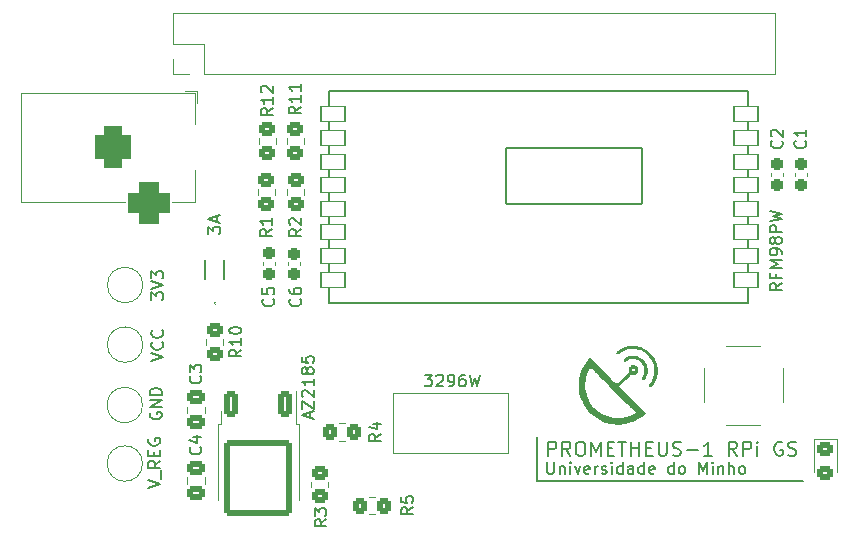
<source format=gbr>
G04 #@! TF.GenerationSoftware,KiCad,Pcbnew,7.0.9*
G04 #@! TF.CreationDate,2024-02-12T17:54:23+00:00*
G04 #@! TF.ProjectId,Radio HAT,52616469-6f20-4484-9154-2e6b69636164,v2*
G04 #@! TF.SameCoordinates,Original*
G04 #@! TF.FileFunction,Legend,Top*
G04 #@! TF.FilePolarity,Positive*
%FSLAX46Y46*%
G04 Gerber Fmt 4.6, Leading zero omitted, Abs format (unit mm)*
G04 Created by KiCad (PCBNEW 7.0.9) date 2024-02-12 17:54:23*
%MOMM*%
%LPD*%
G01*
G04 APERTURE LIST*
G04 Aperture macros list*
%AMRoundRect*
0 Rectangle with rounded corners*
0 $1 Rounding radius*
0 $2 $3 $4 $5 $6 $7 $8 $9 X,Y pos of 4 corners*
0 Add a 4 corners polygon primitive as box body*
4,1,4,$2,$3,$4,$5,$6,$7,$8,$9,$2,$3,0*
0 Add four circle primitives for the rounded corners*
1,1,$1+$1,$2,$3*
1,1,$1+$1,$4,$5*
1,1,$1+$1,$6,$7*
1,1,$1+$1,$8,$9*
0 Add four rect primitives between the rounded corners*
20,1,$1+$1,$2,$3,$4,$5,0*
20,1,$1+$1,$4,$5,$6,$7,0*
20,1,$1+$1,$6,$7,$8,$9,0*
20,1,$1+$1,$8,$9,$2,$3,0*%
G04 Aperture macros list end*
%ADD10C,0.150000*%
%ADD11C,0.200000*%
%ADD12C,0.120000*%
%ADD13C,0.127000*%
%ADD14C,0.100000*%
%ADD15RoundRect,0.250000X0.350000X0.450000X-0.350000X0.450000X-0.350000X-0.450000X0.350000X-0.450000X0*%
%ADD16RoundRect,0.250000X0.450000X-0.350000X0.450000X0.350000X-0.450000X0.350000X-0.450000X-0.350000X0*%
%ADD17C,2.000000*%
%ADD18C,1.440000*%
%ADD19RoundRect,0.250000X-0.475000X0.337500X-0.475000X-0.337500X0.475000X-0.337500X0.475000X0.337500X0*%
%ADD20RoundRect,0.237500X-0.237500X0.300000X-0.237500X-0.300000X0.237500X-0.300000X0.237500X0.300000X0*%
%ADD21RoundRect,0.237500X0.237500X-0.300000X0.237500X0.300000X-0.237500X0.300000X-0.237500X-0.300000X0*%
%ADD22RoundRect,0.250000X-0.450000X0.350000X-0.450000X-0.350000X0.450000X-0.350000X0.450000X0.350000X0*%
%ADD23C,2.050000*%
%ADD24C,2.250000*%
%ADD25RoundRect,0.250000X0.475000X-0.337500X0.475000X0.337500X-0.475000X0.337500X-0.475000X-0.337500X0*%
%ADD26C,0.800000*%
%ADD27C,5.400000*%
%ADD28R,1.700000X1.700000*%
%ADD29O,1.700000X1.700000*%
%ADD30RoundRect,0.250000X-0.350000X0.850000X-0.350000X-0.850000X0.350000X-0.850000X0.350000X0.850000X0*%
%ADD31RoundRect,0.249997X-2.650003X2.950003X-2.650003X-2.950003X2.650003X-2.950003X2.650003X2.950003X0*%
%ADD32RoundRect,0.063500X-1.000000X-0.650000X1.000000X-0.650000X1.000000X0.650000X-1.000000X0.650000X0*%
%ADD33RoundRect,0.063500X-5.750000X-2.350000X5.750000X-2.350000X5.750000X2.350000X-5.750000X2.350000X0*%
%ADD34R,3.500000X3.500000*%
%ADD35RoundRect,0.750000X-0.750000X-1.000000X0.750000X-1.000000X0.750000X1.000000X-0.750000X1.000000X0*%
%ADD36RoundRect,0.875000X-0.875000X-0.875000X0.875000X-0.875000X0.875000X0.875000X-0.875000X0.875000X0*%
%ADD37R,1.500000X1.250000*%
%ADD38RoundRect,0.250000X-0.350000X-0.450000X0.350000X-0.450000X0.350000X0.450000X-0.350000X0.450000X0*%
%ADD39RoundRect,0.250000X-0.450000X0.325000X-0.450000X-0.325000X0.450000X-0.325000X0.450000X0.325000X0*%
G04 APERTURE END LIST*
D10*
X140685524Y-140073000D02*
X140685524Y-140573000D01*
X140685524Y-140573000D02*
X163185524Y-140573000D01*
X140685524Y-140073000D02*
X140685524Y-136823000D01*
X131143667Y-131534819D02*
X131762714Y-131534819D01*
X131762714Y-131534819D02*
X131429381Y-131915771D01*
X131429381Y-131915771D02*
X131572238Y-131915771D01*
X131572238Y-131915771D02*
X131667476Y-131963390D01*
X131667476Y-131963390D02*
X131715095Y-132011009D01*
X131715095Y-132011009D02*
X131762714Y-132106247D01*
X131762714Y-132106247D02*
X131762714Y-132344342D01*
X131762714Y-132344342D02*
X131715095Y-132439580D01*
X131715095Y-132439580D02*
X131667476Y-132487200D01*
X131667476Y-132487200D02*
X131572238Y-132534819D01*
X131572238Y-132534819D02*
X131286524Y-132534819D01*
X131286524Y-132534819D02*
X131191286Y-132487200D01*
X131191286Y-132487200D02*
X131143667Y-132439580D01*
X132143667Y-131630057D02*
X132191286Y-131582438D01*
X132191286Y-131582438D02*
X132286524Y-131534819D01*
X132286524Y-131534819D02*
X132524619Y-131534819D01*
X132524619Y-131534819D02*
X132619857Y-131582438D01*
X132619857Y-131582438D02*
X132667476Y-131630057D01*
X132667476Y-131630057D02*
X132715095Y-131725295D01*
X132715095Y-131725295D02*
X132715095Y-131820533D01*
X132715095Y-131820533D02*
X132667476Y-131963390D01*
X132667476Y-131963390D02*
X132096048Y-132534819D01*
X132096048Y-132534819D02*
X132715095Y-132534819D01*
X133191286Y-132534819D02*
X133381762Y-132534819D01*
X133381762Y-132534819D02*
X133477000Y-132487200D01*
X133477000Y-132487200D02*
X133524619Y-132439580D01*
X133524619Y-132439580D02*
X133619857Y-132296723D01*
X133619857Y-132296723D02*
X133667476Y-132106247D01*
X133667476Y-132106247D02*
X133667476Y-131725295D01*
X133667476Y-131725295D02*
X133619857Y-131630057D01*
X133619857Y-131630057D02*
X133572238Y-131582438D01*
X133572238Y-131582438D02*
X133477000Y-131534819D01*
X133477000Y-131534819D02*
X133286524Y-131534819D01*
X133286524Y-131534819D02*
X133191286Y-131582438D01*
X133191286Y-131582438D02*
X133143667Y-131630057D01*
X133143667Y-131630057D02*
X133096048Y-131725295D01*
X133096048Y-131725295D02*
X133096048Y-131963390D01*
X133096048Y-131963390D02*
X133143667Y-132058628D01*
X133143667Y-132058628D02*
X133191286Y-132106247D01*
X133191286Y-132106247D02*
X133286524Y-132153866D01*
X133286524Y-132153866D02*
X133477000Y-132153866D01*
X133477000Y-132153866D02*
X133572238Y-132106247D01*
X133572238Y-132106247D02*
X133619857Y-132058628D01*
X133619857Y-132058628D02*
X133667476Y-131963390D01*
X134524619Y-131534819D02*
X134334143Y-131534819D01*
X134334143Y-131534819D02*
X134238905Y-131582438D01*
X134238905Y-131582438D02*
X134191286Y-131630057D01*
X134191286Y-131630057D02*
X134096048Y-131772914D01*
X134096048Y-131772914D02*
X134048429Y-131963390D01*
X134048429Y-131963390D02*
X134048429Y-132344342D01*
X134048429Y-132344342D02*
X134096048Y-132439580D01*
X134096048Y-132439580D02*
X134143667Y-132487200D01*
X134143667Y-132487200D02*
X134238905Y-132534819D01*
X134238905Y-132534819D02*
X134429381Y-132534819D01*
X134429381Y-132534819D02*
X134524619Y-132487200D01*
X134524619Y-132487200D02*
X134572238Y-132439580D01*
X134572238Y-132439580D02*
X134619857Y-132344342D01*
X134619857Y-132344342D02*
X134619857Y-132106247D01*
X134619857Y-132106247D02*
X134572238Y-132011009D01*
X134572238Y-132011009D02*
X134524619Y-131963390D01*
X134524619Y-131963390D02*
X134429381Y-131915771D01*
X134429381Y-131915771D02*
X134238905Y-131915771D01*
X134238905Y-131915771D02*
X134143667Y-131963390D01*
X134143667Y-131963390D02*
X134096048Y-132011009D01*
X134096048Y-132011009D02*
X134048429Y-132106247D01*
X134953191Y-131534819D02*
X135191286Y-132534819D01*
X135191286Y-132534819D02*
X135381762Y-131820533D01*
X135381762Y-131820533D02*
X135572238Y-132534819D01*
X135572238Y-132534819D02*
X135810334Y-131534819D01*
X161383343Y-123805792D02*
X160907152Y-124139125D01*
X161383343Y-124377220D02*
X160383343Y-124377220D01*
X160383343Y-124377220D02*
X160383343Y-123996268D01*
X160383343Y-123996268D02*
X160430962Y-123901030D01*
X160430962Y-123901030D02*
X160478581Y-123853411D01*
X160478581Y-123853411D02*
X160573819Y-123805792D01*
X160573819Y-123805792D02*
X160716676Y-123805792D01*
X160716676Y-123805792D02*
X160811914Y-123853411D01*
X160811914Y-123853411D02*
X160859533Y-123901030D01*
X160859533Y-123901030D02*
X160907152Y-123996268D01*
X160907152Y-123996268D02*
X160907152Y-124377220D01*
X160859533Y-123043887D02*
X160859533Y-123377220D01*
X161383343Y-123377220D02*
X160383343Y-123377220D01*
X160383343Y-123377220D02*
X160383343Y-122901030D01*
X161383343Y-122520077D02*
X160383343Y-122520077D01*
X160383343Y-122520077D02*
X161097628Y-122186744D01*
X161097628Y-122186744D02*
X160383343Y-121853411D01*
X160383343Y-121853411D02*
X161383343Y-121853411D01*
X161383343Y-121329601D02*
X161383343Y-121139125D01*
X161383343Y-121139125D02*
X161335724Y-121043887D01*
X161335724Y-121043887D02*
X161288104Y-120996268D01*
X161288104Y-120996268D02*
X161145247Y-120901030D01*
X161145247Y-120901030D02*
X160954771Y-120853411D01*
X160954771Y-120853411D02*
X160573819Y-120853411D01*
X160573819Y-120853411D02*
X160478581Y-120901030D01*
X160478581Y-120901030D02*
X160430962Y-120948649D01*
X160430962Y-120948649D02*
X160383343Y-121043887D01*
X160383343Y-121043887D02*
X160383343Y-121234363D01*
X160383343Y-121234363D02*
X160430962Y-121329601D01*
X160430962Y-121329601D02*
X160478581Y-121377220D01*
X160478581Y-121377220D02*
X160573819Y-121424839D01*
X160573819Y-121424839D02*
X160811914Y-121424839D01*
X160811914Y-121424839D02*
X160907152Y-121377220D01*
X160907152Y-121377220D02*
X160954771Y-121329601D01*
X160954771Y-121329601D02*
X161002390Y-121234363D01*
X161002390Y-121234363D02*
X161002390Y-121043887D01*
X161002390Y-121043887D02*
X160954771Y-120948649D01*
X160954771Y-120948649D02*
X160907152Y-120901030D01*
X160907152Y-120901030D02*
X160811914Y-120853411D01*
X160811914Y-120281982D02*
X160764295Y-120377220D01*
X160764295Y-120377220D02*
X160716676Y-120424839D01*
X160716676Y-120424839D02*
X160621438Y-120472458D01*
X160621438Y-120472458D02*
X160573819Y-120472458D01*
X160573819Y-120472458D02*
X160478581Y-120424839D01*
X160478581Y-120424839D02*
X160430962Y-120377220D01*
X160430962Y-120377220D02*
X160383343Y-120281982D01*
X160383343Y-120281982D02*
X160383343Y-120091506D01*
X160383343Y-120091506D02*
X160430962Y-119996268D01*
X160430962Y-119996268D02*
X160478581Y-119948649D01*
X160478581Y-119948649D02*
X160573819Y-119901030D01*
X160573819Y-119901030D02*
X160621438Y-119901030D01*
X160621438Y-119901030D02*
X160716676Y-119948649D01*
X160716676Y-119948649D02*
X160764295Y-119996268D01*
X160764295Y-119996268D02*
X160811914Y-120091506D01*
X160811914Y-120091506D02*
X160811914Y-120281982D01*
X160811914Y-120281982D02*
X160859533Y-120377220D01*
X160859533Y-120377220D02*
X160907152Y-120424839D01*
X160907152Y-120424839D02*
X161002390Y-120472458D01*
X161002390Y-120472458D02*
X161192866Y-120472458D01*
X161192866Y-120472458D02*
X161288104Y-120424839D01*
X161288104Y-120424839D02*
X161335724Y-120377220D01*
X161335724Y-120377220D02*
X161383343Y-120281982D01*
X161383343Y-120281982D02*
X161383343Y-120091506D01*
X161383343Y-120091506D02*
X161335724Y-119996268D01*
X161335724Y-119996268D02*
X161288104Y-119948649D01*
X161288104Y-119948649D02*
X161192866Y-119901030D01*
X161192866Y-119901030D02*
X161002390Y-119901030D01*
X161002390Y-119901030D02*
X160907152Y-119948649D01*
X160907152Y-119948649D02*
X160859533Y-119996268D01*
X160859533Y-119996268D02*
X160811914Y-120091506D01*
X161383343Y-119472458D02*
X160383343Y-119472458D01*
X160383343Y-119472458D02*
X160383343Y-119091506D01*
X160383343Y-119091506D02*
X160430962Y-118996268D01*
X160430962Y-118996268D02*
X160478581Y-118948649D01*
X160478581Y-118948649D02*
X160573819Y-118901030D01*
X160573819Y-118901030D02*
X160716676Y-118901030D01*
X160716676Y-118901030D02*
X160811914Y-118948649D01*
X160811914Y-118948649D02*
X160859533Y-118996268D01*
X160859533Y-118996268D02*
X160907152Y-119091506D01*
X160907152Y-119091506D02*
X160907152Y-119472458D01*
X160383343Y-118567696D02*
X161383343Y-118329601D01*
X161383343Y-118329601D02*
X160669057Y-118139125D01*
X160669057Y-118139125D02*
X161383343Y-117948649D01*
X161383343Y-117948649D02*
X160383343Y-117710554D01*
X108009343Y-130365332D02*
X109009343Y-130031999D01*
X109009343Y-130031999D02*
X108009343Y-129698666D01*
X108914104Y-128793904D02*
X108961724Y-128841523D01*
X108961724Y-128841523D02*
X109009343Y-128984380D01*
X109009343Y-128984380D02*
X109009343Y-129079618D01*
X109009343Y-129079618D02*
X108961724Y-129222475D01*
X108961724Y-129222475D02*
X108866485Y-129317713D01*
X108866485Y-129317713D02*
X108771247Y-129365332D01*
X108771247Y-129365332D02*
X108580771Y-129412951D01*
X108580771Y-129412951D02*
X108437914Y-129412951D01*
X108437914Y-129412951D02*
X108247438Y-129365332D01*
X108247438Y-129365332D02*
X108152200Y-129317713D01*
X108152200Y-129317713D02*
X108056962Y-129222475D01*
X108056962Y-129222475D02*
X108009343Y-129079618D01*
X108009343Y-129079618D02*
X108009343Y-128984380D01*
X108009343Y-128984380D02*
X108056962Y-128841523D01*
X108056962Y-128841523D02*
X108104581Y-128793904D01*
X108914104Y-127793904D02*
X108961724Y-127841523D01*
X108961724Y-127841523D02*
X109009343Y-127984380D01*
X109009343Y-127984380D02*
X109009343Y-128079618D01*
X109009343Y-128079618D02*
X108961724Y-128222475D01*
X108961724Y-128222475D02*
X108866485Y-128317713D01*
X108866485Y-128317713D02*
X108771247Y-128365332D01*
X108771247Y-128365332D02*
X108580771Y-128412951D01*
X108580771Y-128412951D02*
X108437914Y-128412951D01*
X108437914Y-128412951D02*
X108247438Y-128365332D01*
X108247438Y-128365332D02*
X108152200Y-128317713D01*
X108152200Y-128317713D02*
X108056962Y-128222475D01*
X108056962Y-128222475D02*
X108009343Y-128079618D01*
X108009343Y-128079618D02*
X108009343Y-127984380D01*
X108009343Y-127984380D02*
X108056962Y-127841523D01*
X108056962Y-127841523D02*
X108104581Y-127793904D01*
X107929962Y-134761904D02*
X107882343Y-134857142D01*
X107882343Y-134857142D02*
X107882343Y-134999999D01*
X107882343Y-134999999D02*
X107929962Y-135142856D01*
X107929962Y-135142856D02*
X108025200Y-135238094D01*
X108025200Y-135238094D02*
X108120438Y-135285713D01*
X108120438Y-135285713D02*
X108310914Y-135333332D01*
X108310914Y-135333332D02*
X108453771Y-135333332D01*
X108453771Y-135333332D02*
X108644247Y-135285713D01*
X108644247Y-135285713D02*
X108739485Y-135238094D01*
X108739485Y-135238094D02*
X108834724Y-135142856D01*
X108834724Y-135142856D02*
X108882343Y-134999999D01*
X108882343Y-134999999D02*
X108882343Y-134904761D01*
X108882343Y-134904761D02*
X108834724Y-134761904D01*
X108834724Y-134761904D02*
X108787104Y-134714285D01*
X108787104Y-134714285D02*
X108453771Y-134714285D01*
X108453771Y-134714285D02*
X108453771Y-134904761D01*
X108882343Y-134285713D02*
X107882343Y-134285713D01*
X107882343Y-134285713D02*
X108882343Y-133714285D01*
X108882343Y-133714285D02*
X107882343Y-133714285D01*
X108882343Y-133238094D02*
X107882343Y-133238094D01*
X107882343Y-133238094D02*
X107882343Y-132999999D01*
X107882343Y-132999999D02*
X107929962Y-132857142D01*
X107929962Y-132857142D02*
X108025200Y-132761904D01*
X108025200Y-132761904D02*
X108120438Y-132714285D01*
X108120438Y-132714285D02*
X108310914Y-132666666D01*
X108310914Y-132666666D02*
X108453771Y-132666666D01*
X108453771Y-132666666D02*
X108644247Y-132714285D01*
X108644247Y-132714285D02*
X108739485Y-132761904D01*
X108739485Y-132761904D02*
X108834724Y-132857142D01*
X108834724Y-132857142D02*
X108882343Y-132999999D01*
X108882343Y-132999999D02*
X108882343Y-133238094D01*
X112835343Y-119633904D02*
X112835343Y-119014857D01*
X112835343Y-119014857D02*
X113216295Y-119348190D01*
X113216295Y-119348190D02*
X113216295Y-119205333D01*
X113216295Y-119205333D02*
X113263914Y-119110095D01*
X113263914Y-119110095D02*
X113311533Y-119062476D01*
X113311533Y-119062476D02*
X113406771Y-119014857D01*
X113406771Y-119014857D02*
X113644866Y-119014857D01*
X113644866Y-119014857D02*
X113740104Y-119062476D01*
X113740104Y-119062476D02*
X113787724Y-119110095D01*
X113787724Y-119110095D02*
X113835343Y-119205333D01*
X113835343Y-119205333D02*
X113835343Y-119491047D01*
X113835343Y-119491047D02*
X113787724Y-119586285D01*
X113787724Y-119586285D02*
X113740104Y-119633904D01*
X113549628Y-118633904D02*
X113549628Y-118157714D01*
X113835343Y-118729142D02*
X112835343Y-118395809D01*
X112835343Y-118395809D02*
X113835343Y-118062476D01*
X108009343Y-125190094D02*
X108009343Y-124571047D01*
X108009343Y-124571047D02*
X108390295Y-124904380D01*
X108390295Y-124904380D02*
X108390295Y-124761523D01*
X108390295Y-124761523D02*
X108437914Y-124666285D01*
X108437914Y-124666285D02*
X108485533Y-124618666D01*
X108485533Y-124618666D02*
X108580771Y-124571047D01*
X108580771Y-124571047D02*
X108818866Y-124571047D01*
X108818866Y-124571047D02*
X108914104Y-124618666D01*
X108914104Y-124618666D02*
X108961724Y-124666285D01*
X108961724Y-124666285D02*
X109009343Y-124761523D01*
X109009343Y-124761523D02*
X109009343Y-125047237D01*
X109009343Y-125047237D02*
X108961724Y-125142475D01*
X108961724Y-125142475D02*
X108914104Y-125190094D01*
X108009343Y-124285332D02*
X109009343Y-123951999D01*
X109009343Y-123951999D02*
X108009343Y-123618666D01*
X108009343Y-123380570D02*
X108009343Y-122761523D01*
X108009343Y-122761523D02*
X108390295Y-123094856D01*
X108390295Y-123094856D02*
X108390295Y-122951999D01*
X108390295Y-122951999D02*
X108437914Y-122856761D01*
X108437914Y-122856761D02*
X108485533Y-122809142D01*
X108485533Y-122809142D02*
X108580771Y-122761523D01*
X108580771Y-122761523D02*
X108818866Y-122761523D01*
X108818866Y-122761523D02*
X108914104Y-122809142D01*
X108914104Y-122809142D02*
X108961724Y-122856761D01*
X108961724Y-122856761D02*
X109009343Y-122951999D01*
X109009343Y-122951999D02*
X109009343Y-123237713D01*
X109009343Y-123237713D02*
X108961724Y-123332951D01*
X108961724Y-123332951D02*
X108914104Y-123380570D01*
X121473628Y-135219839D02*
X121473628Y-134743649D01*
X121759343Y-135315077D02*
X120759343Y-134981744D01*
X120759343Y-134981744D02*
X121759343Y-134648411D01*
X120759343Y-134410315D02*
X120759343Y-133743649D01*
X120759343Y-133743649D02*
X121759343Y-134410315D01*
X121759343Y-134410315D02*
X121759343Y-133743649D01*
X120854581Y-133410315D02*
X120806962Y-133362696D01*
X120806962Y-133362696D02*
X120759343Y-133267458D01*
X120759343Y-133267458D02*
X120759343Y-133029363D01*
X120759343Y-133029363D02*
X120806962Y-132934125D01*
X120806962Y-132934125D02*
X120854581Y-132886506D01*
X120854581Y-132886506D02*
X120949819Y-132838887D01*
X120949819Y-132838887D02*
X121045057Y-132838887D01*
X121045057Y-132838887D02*
X121187914Y-132886506D01*
X121187914Y-132886506D02*
X121759343Y-133457934D01*
X121759343Y-133457934D02*
X121759343Y-132838887D01*
X121759343Y-131886506D02*
X121759343Y-132457934D01*
X121759343Y-132172220D02*
X120759343Y-132172220D01*
X120759343Y-132172220D02*
X120902200Y-132267458D01*
X120902200Y-132267458D02*
X120997438Y-132362696D01*
X120997438Y-132362696D02*
X121045057Y-132457934D01*
X121187914Y-131315077D02*
X121140295Y-131410315D01*
X121140295Y-131410315D02*
X121092676Y-131457934D01*
X121092676Y-131457934D02*
X120997438Y-131505553D01*
X120997438Y-131505553D02*
X120949819Y-131505553D01*
X120949819Y-131505553D02*
X120854581Y-131457934D01*
X120854581Y-131457934D02*
X120806962Y-131410315D01*
X120806962Y-131410315D02*
X120759343Y-131315077D01*
X120759343Y-131315077D02*
X120759343Y-131124601D01*
X120759343Y-131124601D02*
X120806962Y-131029363D01*
X120806962Y-131029363D02*
X120854581Y-130981744D01*
X120854581Y-130981744D02*
X120949819Y-130934125D01*
X120949819Y-130934125D02*
X120997438Y-130934125D01*
X120997438Y-130934125D02*
X121092676Y-130981744D01*
X121092676Y-130981744D02*
X121140295Y-131029363D01*
X121140295Y-131029363D02*
X121187914Y-131124601D01*
X121187914Y-131124601D02*
X121187914Y-131315077D01*
X121187914Y-131315077D02*
X121235533Y-131410315D01*
X121235533Y-131410315D02*
X121283152Y-131457934D01*
X121283152Y-131457934D02*
X121378390Y-131505553D01*
X121378390Y-131505553D02*
X121568866Y-131505553D01*
X121568866Y-131505553D02*
X121664104Y-131457934D01*
X121664104Y-131457934D02*
X121711724Y-131410315D01*
X121711724Y-131410315D02*
X121759343Y-131315077D01*
X121759343Y-131315077D02*
X121759343Y-131124601D01*
X121759343Y-131124601D02*
X121711724Y-131029363D01*
X121711724Y-131029363D02*
X121664104Y-130981744D01*
X121664104Y-130981744D02*
X121568866Y-130934125D01*
X121568866Y-130934125D02*
X121378390Y-130934125D01*
X121378390Y-130934125D02*
X121283152Y-130981744D01*
X121283152Y-130981744D02*
X121235533Y-131029363D01*
X121235533Y-131029363D02*
X121187914Y-131124601D01*
X120759343Y-130029363D02*
X120759343Y-130505553D01*
X120759343Y-130505553D02*
X121235533Y-130553172D01*
X121235533Y-130553172D02*
X121187914Y-130505553D01*
X121187914Y-130505553D02*
X121140295Y-130410315D01*
X121140295Y-130410315D02*
X121140295Y-130172220D01*
X121140295Y-130172220D02*
X121187914Y-130076982D01*
X121187914Y-130076982D02*
X121235533Y-130029363D01*
X121235533Y-130029363D02*
X121330771Y-129981744D01*
X121330771Y-129981744D02*
X121568866Y-129981744D01*
X121568866Y-129981744D02*
X121664104Y-130029363D01*
X121664104Y-130029363D02*
X121711724Y-130076982D01*
X121711724Y-130076982D02*
X121759343Y-130172220D01*
X121759343Y-130172220D02*
X121759343Y-130410315D01*
X121759343Y-130410315D02*
X121711724Y-130505553D01*
X121711724Y-130505553D02*
X121664104Y-130553172D01*
D11*
X141602816Y-138415742D02*
X141602816Y-137215742D01*
X141602816Y-137215742D02*
X142059959Y-137215742D01*
X142059959Y-137215742D02*
X142174244Y-137272885D01*
X142174244Y-137272885D02*
X142231387Y-137330028D01*
X142231387Y-137330028D02*
X142288530Y-137444314D01*
X142288530Y-137444314D02*
X142288530Y-137615742D01*
X142288530Y-137615742D02*
X142231387Y-137730028D01*
X142231387Y-137730028D02*
X142174244Y-137787171D01*
X142174244Y-137787171D02*
X142059959Y-137844314D01*
X142059959Y-137844314D02*
X141602816Y-137844314D01*
X143488530Y-138415742D02*
X143088530Y-137844314D01*
X142802816Y-138415742D02*
X142802816Y-137215742D01*
X142802816Y-137215742D02*
X143259959Y-137215742D01*
X143259959Y-137215742D02*
X143374244Y-137272885D01*
X143374244Y-137272885D02*
X143431387Y-137330028D01*
X143431387Y-137330028D02*
X143488530Y-137444314D01*
X143488530Y-137444314D02*
X143488530Y-137615742D01*
X143488530Y-137615742D02*
X143431387Y-137730028D01*
X143431387Y-137730028D02*
X143374244Y-137787171D01*
X143374244Y-137787171D02*
X143259959Y-137844314D01*
X143259959Y-137844314D02*
X142802816Y-137844314D01*
X144231387Y-137215742D02*
X144459959Y-137215742D01*
X144459959Y-137215742D02*
X144574244Y-137272885D01*
X144574244Y-137272885D02*
X144688530Y-137387171D01*
X144688530Y-137387171D02*
X144745673Y-137615742D01*
X144745673Y-137615742D02*
X144745673Y-138015742D01*
X144745673Y-138015742D02*
X144688530Y-138244314D01*
X144688530Y-138244314D02*
X144574244Y-138358600D01*
X144574244Y-138358600D02*
X144459959Y-138415742D01*
X144459959Y-138415742D02*
X144231387Y-138415742D01*
X144231387Y-138415742D02*
X144117102Y-138358600D01*
X144117102Y-138358600D02*
X144002816Y-138244314D01*
X144002816Y-138244314D02*
X143945673Y-138015742D01*
X143945673Y-138015742D02*
X143945673Y-137615742D01*
X143945673Y-137615742D02*
X144002816Y-137387171D01*
X144002816Y-137387171D02*
X144117102Y-137272885D01*
X144117102Y-137272885D02*
X144231387Y-137215742D01*
X145259959Y-138415742D02*
X145259959Y-137215742D01*
X145259959Y-137215742D02*
X145659959Y-138072885D01*
X145659959Y-138072885D02*
X146059959Y-137215742D01*
X146059959Y-137215742D02*
X146059959Y-138415742D01*
X146631388Y-137787171D02*
X147031388Y-137787171D01*
X147202816Y-138415742D02*
X146631388Y-138415742D01*
X146631388Y-138415742D02*
X146631388Y-137215742D01*
X146631388Y-137215742D02*
X147202816Y-137215742D01*
X147545673Y-137215742D02*
X148231388Y-137215742D01*
X147888530Y-138415742D02*
X147888530Y-137215742D01*
X148631388Y-138415742D02*
X148631388Y-137215742D01*
X148631388Y-137787171D02*
X149317102Y-137787171D01*
X149317102Y-138415742D02*
X149317102Y-137215742D01*
X149888531Y-137787171D02*
X150288531Y-137787171D01*
X150459959Y-138415742D02*
X149888531Y-138415742D01*
X149888531Y-138415742D02*
X149888531Y-137215742D01*
X149888531Y-137215742D02*
X150459959Y-137215742D01*
X150974245Y-137215742D02*
X150974245Y-138187171D01*
X150974245Y-138187171D02*
X151031388Y-138301457D01*
X151031388Y-138301457D02*
X151088531Y-138358600D01*
X151088531Y-138358600D02*
X151202816Y-138415742D01*
X151202816Y-138415742D02*
X151431388Y-138415742D01*
X151431388Y-138415742D02*
X151545673Y-138358600D01*
X151545673Y-138358600D02*
X151602816Y-138301457D01*
X151602816Y-138301457D02*
X151659959Y-138187171D01*
X151659959Y-138187171D02*
X151659959Y-137215742D01*
X152174245Y-138358600D02*
X152345674Y-138415742D01*
X152345674Y-138415742D02*
X152631388Y-138415742D01*
X152631388Y-138415742D02*
X152745674Y-138358600D01*
X152745674Y-138358600D02*
X152802816Y-138301457D01*
X152802816Y-138301457D02*
X152859959Y-138187171D01*
X152859959Y-138187171D02*
X152859959Y-138072885D01*
X152859959Y-138072885D02*
X152802816Y-137958600D01*
X152802816Y-137958600D02*
X152745674Y-137901457D01*
X152745674Y-137901457D02*
X152631388Y-137844314D01*
X152631388Y-137844314D02*
X152402816Y-137787171D01*
X152402816Y-137787171D02*
X152288531Y-137730028D01*
X152288531Y-137730028D02*
X152231388Y-137672885D01*
X152231388Y-137672885D02*
X152174245Y-137558600D01*
X152174245Y-137558600D02*
X152174245Y-137444314D01*
X152174245Y-137444314D02*
X152231388Y-137330028D01*
X152231388Y-137330028D02*
X152288531Y-137272885D01*
X152288531Y-137272885D02*
X152402816Y-137215742D01*
X152402816Y-137215742D02*
X152688531Y-137215742D01*
X152688531Y-137215742D02*
X152859959Y-137272885D01*
X153374245Y-137958600D02*
X154288531Y-137958600D01*
X155488530Y-138415742D02*
X154802816Y-138415742D01*
X155145673Y-138415742D02*
X155145673Y-137215742D01*
X155145673Y-137215742D02*
X155031387Y-137387171D01*
X155031387Y-137387171D02*
X154917102Y-137501457D01*
X154917102Y-137501457D02*
X154802816Y-137558600D01*
X157602816Y-138415742D02*
X157202816Y-137844314D01*
X156917102Y-138415742D02*
X156917102Y-137215742D01*
X156917102Y-137215742D02*
X157374245Y-137215742D01*
X157374245Y-137215742D02*
X157488530Y-137272885D01*
X157488530Y-137272885D02*
X157545673Y-137330028D01*
X157545673Y-137330028D02*
X157602816Y-137444314D01*
X157602816Y-137444314D02*
X157602816Y-137615742D01*
X157602816Y-137615742D02*
X157545673Y-137730028D01*
X157545673Y-137730028D02*
X157488530Y-137787171D01*
X157488530Y-137787171D02*
X157374245Y-137844314D01*
X157374245Y-137844314D02*
X156917102Y-137844314D01*
X158117102Y-138415742D02*
X158117102Y-137215742D01*
X158117102Y-137215742D02*
X158574245Y-137215742D01*
X158574245Y-137215742D02*
X158688530Y-137272885D01*
X158688530Y-137272885D02*
X158745673Y-137330028D01*
X158745673Y-137330028D02*
X158802816Y-137444314D01*
X158802816Y-137444314D02*
X158802816Y-137615742D01*
X158802816Y-137615742D02*
X158745673Y-137730028D01*
X158745673Y-137730028D02*
X158688530Y-137787171D01*
X158688530Y-137787171D02*
X158574245Y-137844314D01*
X158574245Y-137844314D02*
X158117102Y-137844314D01*
X159317102Y-138415742D02*
X159317102Y-137615742D01*
X159317102Y-137215742D02*
X159259959Y-137272885D01*
X159259959Y-137272885D02*
X159317102Y-137330028D01*
X159317102Y-137330028D02*
X159374245Y-137272885D01*
X159374245Y-137272885D02*
X159317102Y-137215742D01*
X159317102Y-137215742D02*
X159317102Y-137330028D01*
X161431388Y-137272885D02*
X161317103Y-137215742D01*
X161317103Y-137215742D02*
X161145674Y-137215742D01*
X161145674Y-137215742D02*
X160974245Y-137272885D01*
X160974245Y-137272885D02*
X160859960Y-137387171D01*
X160859960Y-137387171D02*
X160802817Y-137501457D01*
X160802817Y-137501457D02*
X160745674Y-137730028D01*
X160745674Y-137730028D02*
X160745674Y-137901457D01*
X160745674Y-137901457D02*
X160802817Y-138130028D01*
X160802817Y-138130028D02*
X160859960Y-138244314D01*
X160859960Y-138244314D02*
X160974245Y-138358600D01*
X160974245Y-138358600D02*
X161145674Y-138415742D01*
X161145674Y-138415742D02*
X161259960Y-138415742D01*
X161259960Y-138415742D02*
X161431388Y-138358600D01*
X161431388Y-138358600D02*
X161488531Y-138301457D01*
X161488531Y-138301457D02*
X161488531Y-137901457D01*
X161488531Y-137901457D02*
X161259960Y-137901457D01*
X161945674Y-138358600D02*
X162117103Y-138415742D01*
X162117103Y-138415742D02*
X162402817Y-138415742D01*
X162402817Y-138415742D02*
X162517103Y-138358600D01*
X162517103Y-138358600D02*
X162574245Y-138301457D01*
X162574245Y-138301457D02*
X162631388Y-138187171D01*
X162631388Y-138187171D02*
X162631388Y-138072885D01*
X162631388Y-138072885D02*
X162574245Y-137958600D01*
X162574245Y-137958600D02*
X162517103Y-137901457D01*
X162517103Y-137901457D02*
X162402817Y-137844314D01*
X162402817Y-137844314D02*
X162174245Y-137787171D01*
X162174245Y-137787171D02*
X162059960Y-137730028D01*
X162059960Y-137730028D02*
X162002817Y-137672885D01*
X162002817Y-137672885D02*
X161945674Y-137558600D01*
X161945674Y-137558600D02*
X161945674Y-137444314D01*
X161945674Y-137444314D02*
X162002817Y-137330028D01*
X162002817Y-137330028D02*
X162059960Y-137272885D01*
X162059960Y-137272885D02*
X162174245Y-137215742D01*
X162174245Y-137215742D02*
X162459960Y-137215742D01*
X162459960Y-137215742D02*
X162631388Y-137272885D01*
D10*
X141522303Y-138942819D02*
X141522303Y-139752342D01*
X141522303Y-139752342D02*
X141569922Y-139847580D01*
X141569922Y-139847580D02*
X141617541Y-139895200D01*
X141617541Y-139895200D02*
X141712779Y-139942819D01*
X141712779Y-139942819D02*
X141903255Y-139942819D01*
X141903255Y-139942819D02*
X141998493Y-139895200D01*
X141998493Y-139895200D02*
X142046112Y-139847580D01*
X142046112Y-139847580D02*
X142093731Y-139752342D01*
X142093731Y-139752342D02*
X142093731Y-138942819D01*
X142569922Y-139276152D02*
X142569922Y-139942819D01*
X142569922Y-139371390D02*
X142617541Y-139323771D01*
X142617541Y-139323771D02*
X142712779Y-139276152D01*
X142712779Y-139276152D02*
X142855636Y-139276152D01*
X142855636Y-139276152D02*
X142950874Y-139323771D01*
X142950874Y-139323771D02*
X142998493Y-139419009D01*
X142998493Y-139419009D02*
X142998493Y-139942819D01*
X143474684Y-139942819D02*
X143474684Y-139276152D01*
X143474684Y-138942819D02*
X143427065Y-138990438D01*
X143427065Y-138990438D02*
X143474684Y-139038057D01*
X143474684Y-139038057D02*
X143522303Y-138990438D01*
X143522303Y-138990438D02*
X143474684Y-138942819D01*
X143474684Y-138942819D02*
X143474684Y-139038057D01*
X143855636Y-139276152D02*
X144093731Y-139942819D01*
X144093731Y-139942819D02*
X144331826Y-139276152D01*
X145093731Y-139895200D02*
X144998493Y-139942819D01*
X144998493Y-139942819D02*
X144808017Y-139942819D01*
X144808017Y-139942819D02*
X144712779Y-139895200D01*
X144712779Y-139895200D02*
X144665160Y-139799961D01*
X144665160Y-139799961D02*
X144665160Y-139419009D01*
X144665160Y-139419009D02*
X144712779Y-139323771D01*
X144712779Y-139323771D02*
X144808017Y-139276152D01*
X144808017Y-139276152D02*
X144998493Y-139276152D01*
X144998493Y-139276152D02*
X145093731Y-139323771D01*
X145093731Y-139323771D02*
X145141350Y-139419009D01*
X145141350Y-139419009D02*
X145141350Y-139514247D01*
X145141350Y-139514247D02*
X144665160Y-139609485D01*
X145569922Y-139942819D02*
X145569922Y-139276152D01*
X145569922Y-139466628D02*
X145617541Y-139371390D01*
X145617541Y-139371390D02*
X145665160Y-139323771D01*
X145665160Y-139323771D02*
X145760398Y-139276152D01*
X145760398Y-139276152D02*
X145855636Y-139276152D01*
X146141351Y-139895200D02*
X146236589Y-139942819D01*
X146236589Y-139942819D02*
X146427065Y-139942819D01*
X146427065Y-139942819D02*
X146522303Y-139895200D01*
X146522303Y-139895200D02*
X146569922Y-139799961D01*
X146569922Y-139799961D02*
X146569922Y-139752342D01*
X146569922Y-139752342D02*
X146522303Y-139657104D01*
X146522303Y-139657104D02*
X146427065Y-139609485D01*
X146427065Y-139609485D02*
X146284208Y-139609485D01*
X146284208Y-139609485D02*
X146188970Y-139561866D01*
X146188970Y-139561866D02*
X146141351Y-139466628D01*
X146141351Y-139466628D02*
X146141351Y-139419009D01*
X146141351Y-139419009D02*
X146188970Y-139323771D01*
X146188970Y-139323771D02*
X146284208Y-139276152D01*
X146284208Y-139276152D02*
X146427065Y-139276152D01*
X146427065Y-139276152D02*
X146522303Y-139323771D01*
X146998494Y-139942819D02*
X146998494Y-139276152D01*
X146998494Y-138942819D02*
X146950875Y-138990438D01*
X146950875Y-138990438D02*
X146998494Y-139038057D01*
X146998494Y-139038057D02*
X147046113Y-138990438D01*
X147046113Y-138990438D02*
X146998494Y-138942819D01*
X146998494Y-138942819D02*
X146998494Y-139038057D01*
X147903255Y-139942819D02*
X147903255Y-138942819D01*
X147903255Y-139895200D02*
X147808017Y-139942819D01*
X147808017Y-139942819D02*
X147617541Y-139942819D01*
X147617541Y-139942819D02*
X147522303Y-139895200D01*
X147522303Y-139895200D02*
X147474684Y-139847580D01*
X147474684Y-139847580D02*
X147427065Y-139752342D01*
X147427065Y-139752342D02*
X147427065Y-139466628D01*
X147427065Y-139466628D02*
X147474684Y-139371390D01*
X147474684Y-139371390D02*
X147522303Y-139323771D01*
X147522303Y-139323771D02*
X147617541Y-139276152D01*
X147617541Y-139276152D02*
X147808017Y-139276152D01*
X147808017Y-139276152D02*
X147903255Y-139323771D01*
X148808017Y-139942819D02*
X148808017Y-139419009D01*
X148808017Y-139419009D02*
X148760398Y-139323771D01*
X148760398Y-139323771D02*
X148665160Y-139276152D01*
X148665160Y-139276152D02*
X148474684Y-139276152D01*
X148474684Y-139276152D02*
X148379446Y-139323771D01*
X148808017Y-139895200D02*
X148712779Y-139942819D01*
X148712779Y-139942819D02*
X148474684Y-139942819D01*
X148474684Y-139942819D02*
X148379446Y-139895200D01*
X148379446Y-139895200D02*
X148331827Y-139799961D01*
X148331827Y-139799961D02*
X148331827Y-139704723D01*
X148331827Y-139704723D02*
X148379446Y-139609485D01*
X148379446Y-139609485D02*
X148474684Y-139561866D01*
X148474684Y-139561866D02*
X148712779Y-139561866D01*
X148712779Y-139561866D02*
X148808017Y-139514247D01*
X149712779Y-139942819D02*
X149712779Y-138942819D01*
X149712779Y-139895200D02*
X149617541Y-139942819D01*
X149617541Y-139942819D02*
X149427065Y-139942819D01*
X149427065Y-139942819D02*
X149331827Y-139895200D01*
X149331827Y-139895200D02*
X149284208Y-139847580D01*
X149284208Y-139847580D02*
X149236589Y-139752342D01*
X149236589Y-139752342D02*
X149236589Y-139466628D01*
X149236589Y-139466628D02*
X149284208Y-139371390D01*
X149284208Y-139371390D02*
X149331827Y-139323771D01*
X149331827Y-139323771D02*
X149427065Y-139276152D01*
X149427065Y-139276152D02*
X149617541Y-139276152D01*
X149617541Y-139276152D02*
X149712779Y-139323771D01*
X150569922Y-139895200D02*
X150474684Y-139942819D01*
X150474684Y-139942819D02*
X150284208Y-139942819D01*
X150284208Y-139942819D02*
X150188970Y-139895200D01*
X150188970Y-139895200D02*
X150141351Y-139799961D01*
X150141351Y-139799961D02*
X150141351Y-139419009D01*
X150141351Y-139419009D02*
X150188970Y-139323771D01*
X150188970Y-139323771D02*
X150284208Y-139276152D01*
X150284208Y-139276152D02*
X150474684Y-139276152D01*
X150474684Y-139276152D02*
X150569922Y-139323771D01*
X150569922Y-139323771D02*
X150617541Y-139419009D01*
X150617541Y-139419009D02*
X150617541Y-139514247D01*
X150617541Y-139514247D02*
X150141351Y-139609485D01*
X152236589Y-139942819D02*
X152236589Y-138942819D01*
X152236589Y-139895200D02*
X152141351Y-139942819D01*
X152141351Y-139942819D02*
X151950875Y-139942819D01*
X151950875Y-139942819D02*
X151855637Y-139895200D01*
X151855637Y-139895200D02*
X151808018Y-139847580D01*
X151808018Y-139847580D02*
X151760399Y-139752342D01*
X151760399Y-139752342D02*
X151760399Y-139466628D01*
X151760399Y-139466628D02*
X151808018Y-139371390D01*
X151808018Y-139371390D02*
X151855637Y-139323771D01*
X151855637Y-139323771D02*
X151950875Y-139276152D01*
X151950875Y-139276152D02*
X152141351Y-139276152D01*
X152141351Y-139276152D02*
X152236589Y-139323771D01*
X152855637Y-139942819D02*
X152760399Y-139895200D01*
X152760399Y-139895200D02*
X152712780Y-139847580D01*
X152712780Y-139847580D02*
X152665161Y-139752342D01*
X152665161Y-139752342D02*
X152665161Y-139466628D01*
X152665161Y-139466628D02*
X152712780Y-139371390D01*
X152712780Y-139371390D02*
X152760399Y-139323771D01*
X152760399Y-139323771D02*
X152855637Y-139276152D01*
X152855637Y-139276152D02*
X152998494Y-139276152D01*
X152998494Y-139276152D02*
X153093732Y-139323771D01*
X153093732Y-139323771D02*
X153141351Y-139371390D01*
X153141351Y-139371390D02*
X153188970Y-139466628D01*
X153188970Y-139466628D02*
X153188970Y-139752342D01*
X153188970Y-139752342D02*
X153141351Y-139847580D01*
X153141351Y-139847580D02*
X153093732Y-139895200D01*
X153093732Y-139895200D02*
X152998494Y-139942819D01*
X152998494Y-139942819D02*
X152855637Y-139942819D01*
X154379447Y-139942819D02*
X154379447Y-138942819D01*
X154379447Y-138942819D02*
X154712780Y-139657104D01*
X154712780Y-139657104D02*
X155046113Y-138942819D01*
X155046113Y-138942819D02*
X155046113Y-139942819D01*
X155522304Y-139942819D02*
X155522304Y-139276152D01*
X155522304Y-138942819D02*
X155474685Y-138990438D01*
X155474685Y-138990438D02*
X155522304Y-139038057D01*
X155522304Y-139038057D02*
X155569923Y-138990438D01*
X155569923Y-138990438D02*
X155522304Y-138942819D01*
X155522304Y-138942819D02*
X155522304Y-139038057D01*
X155998494Y-139276152D02*
X155998494Y-139942819D01*
X155998494Y-139371390D02*
X156046113Y-139323771D01*
X156046113Y-139323771D02*
X156141351Y-139276152D01*
X156141351Y-139276152D02*
X156284208Y-139276152D01*
X156284208Y-139276152D02*
X156379446Y-139323771D01*
X156379446Y-139323771D02*
X156427065Y-139419009D01*
X156427065Y-139419009D02*
X156427065Y-139942819D01*
X156903256Y-139942819D02*
X156903256Y-138942819D01*
X157331827Y-139942819D02*
X157331827Y-139419009D01*
X157331827Y-139419009D02*
X157284208Y-139323771D01*
X157284208Y-139323771D02*
X157188970Y-139276152D01*
X157188970Y-139276152D02*
X157046113Y-139276152D01*
X157046113Y-139276152D02*
X156950875Y-139323771D01*
X156950875Y-139323771D02*
X156903256Y-139371390D01*
X157950875Y-139942819D02*
X157855637Y-139895200D01*
X157855637Y-139895200D02*
X157808018Y-139847580D01*
X157808018Y-139847580D02*
X157760399Y-139752342D01*
X157760399Y-139752342D02*
X157760399Y-139466628D01*
X157760399Y-139466628D02*
X157808018Y-139371390D01*
X157808018Y-139371390D02*
X157855637Y-139323771D01*
X157855637Y-139323771D02*
X157950875Y-139276152D01*
X157950875Y-139276152D02*
X158093732Y-139276152D01*
X158093732Y-139276152D02*
X158188970Y-139323771D01*
X158188970Y-139323771D02*
X158236589Y-139371390D01*
X158236589Y-139371390D02*
X158284208Y-139466628D01*
X158284208Y-139466628D02*
X158284208Y-139752342D01*
X158284208Y-139752342D02*
X158236589Y-139847580D01*
X158236589Y-139847580D02*
X158188970Y-139895200D01*
X158188970Y-139895200D02*
X158093732Y-139942819D01*
X158093732Y-139942819D02*
X157950875Y-139942819D01*
X107755343Y-141166666D02*
X108755343Y-140833333D01*
X108755343Y-140833333D02*
X107755343Y-140500000D01*
X108850581Y-140404762D02*
X108850581Y-139642857D01*
X108755343Y-138833333D02*
X108279152Y-139166666D01*
X108755343Y-139404761D02*
X107755343Y-139404761D01*
X107755343Y-139404761D02*
X107755343Y-139023809D01*
X107755343Y-139023809D02*
X107802962Y-138928571D01*
X107802962Y-138928571D02*
X107850581Y-138880952D01*
X107850581Y-138880952D02*
X107945819Y-138833333D01*
X107945819Y-138833333D02*
X108088676Y-138833333D01*
X108088676Y-138833333D02*
X108183914Y-138880952D01*
X108183914Y-138880952D02*
X108231533Y-138928571D01*
X108231533Y-138928571D02*
X108279152Y-139023809D01*
X108279152Y-139023809D02*
X108279152Y-139404761D01*
X108231533Y-138404761D02*
X108231533Y-138071428D01*
X108755343Y-137928571D02*
X108755343Y-138404761D01*
X108755343Y-138404761D02*
X107755343Y-138404761D01*
X107755343Y-138404761D02*
X107755343Y-137928571D01*
X107802962Y-136976190D02*
X107755343Y-137071428D01*
X107755343Y-137071428D02*
X107755343Y-137214285D01*
X107755343Y-137214285D02*
X107802962Y-137357142D01*
X107802962Y-137357142D02*
X107898200Y-137452380D01*
X107898200Y-137452380D02*
X107993438Y-137499999D01*
X107993438Y-137499999D02*
X108183914Y-137547618D01*
X108183914Y-137547618D02*
X108326771Y-137547618D01*
X108326771Y-137547618D02*
X108517247Y-137499999D01*
X108517247Y-137499999D02*
X108612485Y-137452380D01*
X108612485Y-137452380D02*
X108707724Y-137357142D01*
X108707724Y-137357142D02*
X108755343Y-137214285D01*
X108755343Y-137214285D02*
X108755343Y-137119047D01*
X108755343Y-137119047D02*
X108707724Y-136976190D01*
X108707724Y-136976190D02*
X108660104Y-136928571D01*
X108660104Y-136928571D02*
X108326771Y-136928571D01*
X108326771Y-136928571D02*
X108326771Y-137119047D01*
X130154343Y-142787666D02*
X129678152Y-143120999D01*
X130154343Y-143359094D02*
X129154343Y-143359094D01*
X129154343Y-143359094D02*
X129154343Y-142978142D01*
X129154343Y-142978142D02*
X129201962Y-142882904D01*
X129201962Y-142882904D02*
X129249581Y-142835285D01*
X129249581Y-142835285D02*
X129344819Y-142787666D01*
X129344819Y-142787666D02*
X129487676Y-142787666D01*
X129487676Y-142787666D02*
X129582914Y-142835285D01*
X129582914Y-142835285D02*
X129630533Y-142882904D01*
X129630533Y-142882904D02*
X129678152Y-142978142D01*
X129678152Y-142978142D02*
X129678152Y-143359094D01*
X129154343Y-141882904D02*
X129154343Y-142359094D01*
X129154343Y-142359094D02*
X129630533Y-142406713D01*
X129630533Y-142406713D02*
X129582914Y-142359094D01*
X129582914Y-142359094D02*
X129535295Y-142263856D01*
X129535295Y-142263856D02*
X129535295Y-142025761D01*
X129535295Y-142025761D02*
X129582914Y-141930523D01*
X129582914Y-141930523D02*
X129630533Y-141882904D01*
X129630533Y-141882904D02*
X129725771Y-141835285D01*
X129725771Y-141835285D02*
X129963866Y-141835285D01*
X129963866Y-141835285D02*
X130059104Y-141882904D01*
X130059104Y-141882904D02*
X130106724Y-141930523D01*
X130106724Y-141930523D02*
X130154343Y-142025761D01*
X130154343Y-142025761D02*
X130154343Y-142263856D01*
X130154343Y-142263856D02*
X130106724Y-142359094D01*
X130106724Y-142359094D02*
X130059104Y-142406713D01*
X115613343Y-129420857D02*
X115137152Y-129754190D01*
X115613343Y-129992285D02*
X114613343Y-129992285D01*
X114613343Y-129992285D02*
X114613343Y-129611333D01*
X114613343Y-129611333D02*
X114660962Y-129516095D01*
X114660962Y-129516095D02*
X114708581Y-129468476D01*
X114708581Y-129468476D02*
X114803819Y-129420857D01*
X114803819Y-129420857D02*
X114946676Y-129420857D01*
X114946676Y-129420857D02*
X115041914Y-129468476D01*
X115041914Y-129468476D02*
X115089533Y-129516095D01*
X115089533Y-129516095D02*
X115137152Y-129611333D01*
X115137152Y-129611333D02*
X115137152Y-129992285D01*
X115613343Y-128468476D02*
X115613343Y-129039904D01*
X115613343Y-128754190D02*
X114613343Y-128754190D01*
X114613343Y-128754190D02*
X114756200Y-128849428D01*
X114756200Y-128849428D02*
X114851438Y-128944666D01*
X114851438Y-128944666D02*
X114899057Y-129039904D01*
X114613343Y-127849428D02*
X114613343Y-127754190D01*
X114613343Y-127754190D02*
X114660962Y-127658952D01*
X114660962Y-127658952D02*
X114708581Y-127611333D01*
X114708581Y-127611333D02*
X114803819Y-127563714D01*
X114803819Y-127563714D02*
X114994295Y-127516095D01*
X114994295Y-127516095D02*
X115232390Y-127516095D01*
X115232390Y-127516095D02*
X115422866Y-127563714D01*
X115422866Y-127563714D02*
X115518104Y-127611333D01*
X115518104Y-127611333D02*
X115565724Y-127658952D01*
X115565724Y-127658952D02*
X115613343Y-127754190D01*
X115613343Y-127754190D02*
X115613343Y-127849428D01*
X115613343Y-127849428D02*
X115565724Y-127944666D01*
X115565724Y-127944666D02*
X115518104Y-127992285D01*
X115518104Y-127992285D02*
X115422866Y-128039904D01*
X115422866Y-128039904D02*
X115232390Y-128087523D01*
X115232390Y-128087523D02*
X114994295Y-128087523D01*
X114994295Y-128087523D02*
X114803819Y-128039904D01*
X114803819Y-128039904D02*
X114708581Y-127992285D01*
X114708581Y-127992285D02*
X114660962Y-127944666D01*
X114660962Y-127944666D02*
X114613343Y-127849428D01*
X122836823Y-143803666D02*
X122360632Y-144136999D01*
X122836823Y-144375094D02*
X121836823Y-144375094D01*
X121836823Y-144375094D02*
X121836823Y-143994142D01*
X121836823Y-143994142D02*
X121884442Y-143898904D01*
X121884442Y-143898904D02*
X121932061Y-143851285D01*
X121932061Y-143851285D02*
X122027299Y-143803666D01*
X122027299Y-143803666D02*
X122170156Y-143803666D01*
X122170156Y-143803666D02*
X122265394Y-143851285D01*
X122265394Y-143851285D02*
X122313013Y-143898904D01*
X122313013Y-143898904D02*
X122360632Y-143994142D01*
X122360632Y-143994142D02*
X122360632Y-144375094D01*
X121836823Y-143470332D02*
X121836823Y-142851285D01*
X121836823Y-142851285D02*
X122217775Y-143184618D01*
X122217775Y-143184618D02*
X122217775Y-143041761D01*
X122217775Y-143041761D02*
X122265394Y-142946523D01*
X122265394Y-142946523D02*
X122313013Y-142898904D01*
X122313013Y-142898904D02*
X122408251Y-142851285D01*
X122408251Y-142851285D02*
X122646346Y-142851285D01*
X122646346Y-142851285D02*
X122741584Y-142898904D01*
X122741584Y-142898904D02*
X122789204Y-142946523D01*
X122789204Y-142946523D02*
X122836823Y-143041761D01*
X122836823Y-143041761D02*
X122836823Y-143327475D01*
X122836823Y-143327475D02*
X122789204Y-143422713D01*
X122789204Y-143422713D02*
X122741584Y-143470332D01*
X120693343Y-119228666D02*
X120217152Y-119561999D01*
X120693343Y-119800094D02*
X119693343Y-119800094D01*
X119693343Y-119800094D02*
X119693343Y-119419142D01*
X119693343Y-119419142D02*
X119740962Y-119323904D01*
X119740962Y-119323904D02*
X119788581Y-119276285D01*
X119788581Y-119276285D02*
X119883819Y-119228666D01*
X119883819Y-119228666D02*
X120026676Y-119228666D01*
X120026676Y-119228666D02*
X120121914Y-119276285D01*
X120121914Y-119276285D02*
X120169533Y-119323904D01*
X120169533Y-119323904D02*
X120217152Y-119419142D01*
X120217152Y-119419142D02*
X120217152Y-119800094D01*
X119788581Y-118847713D02*
X119740962Y-118800094D01*
X119740962Y-118800094D02*
X119693343Y-118704856D01*
X119693343Y-118704856D02*
X119693343Y-118466761D01*
X119693343Y-118466761D02*
X119740962Y-118371523D01*
X119740962Y-118371523D02*
X119788581Y-118323904D01*
X119788581Y-118323904D02*
X119883819Y-118276285D01*
X119883819Y-118276285D02*
X119979057Y-118276285D01*
X119979057Y-118276285D02*
X120121914Y-118323904D01*
X120121914Y-118323904D02*
X120693343Y-118895332D01*
X120693343Y-118895332D02*
X120693343Y-118276285D01*
X112145624Y-131666666D02*
X112193244Y-131714285D01*
X112193244Y-131714285D02*
X112240863Y-131857142D01*
X112240863Y-131857142D02*
X112240863Y-131952380D01*
X112240863Y-131952380D02*
X112193244Y-132095237D01*
X112193244Y-132095237D02*
X112098005Y-132190475D01*
X112098005Y-132190475D02*
X112002767Y-132238094D01*
X112002767Y-132238094D02*
X111812291Y-132285713D01*
X111812291Y-132285713D02*
X111669434Y-132285713D01*
X111669434Y-132285713D02*
X111478958Y-132238094D01*
X111478958Y-132238094D02*
X111383720Y-132190475D01*
X111383720Y-132190475D02*
X111288482Y-132095237D01*
X111288482Y-132095237D02*
X111240863Y-131952380D01*
X111240863Y-131952380D02*
X111240863Y-131857142D01*
X111240863Y-131857142D02*
X111288482Y-131714285D01*
X111288482Y-131714285D02*
X111336101Y-131666666D01*
X111240863Y-131333332D02*
X111240863Y-130714285D01*
X111240863Y-130714285D02*
X111621815Y-131047618D01*
X111621815Y-131047618D02*
X111621815Y-130904761D01*
X111621815Y-130904761D02*
X111669434Y-130809523D01*
X111669434Y-130809523D02*
X111717053Y-130761904D01*
X111717053Y-130761904D02*
X111812291Y-130714285D01*
X111812291Y-130714285D02*
X112050386Y-130714285D01*
X112050386Y-130714285D02*
X112145624Y-130761904D01*
X112145624Y-130761904D02*
X112193244Y-130809523D01*
X112193244Y-130809523D02*
X112240863Y-130904761D01*
X112240863Y-130904761D02*
X112240863Y-131190475D01*
X112240863Y-131190475D02*
X112193244Y-131285713D01*
X112193244Y-131285713D02*
X112145624Y-131333332D01*
X118312104Y-125134666D02*
X118359724Y-125182285D01*
X118359724Y-125182285D02*
X118407343Y-125325142D01*
X118407343Y-125325142D02*
X118407343Y-125420380D01*
X118407343Y-125420380D02*
X118359724Y-125563237D01*
X118359724Y-125563237D02*
X118264485Y-125658475D01*
X118264485Y-125658475D02*
X118169247Y-125706094D01*
X118169247Y-125706094D02*
X117978771Y-125753713D01*
X117978771Y-125753713D02*
X117835914Y-125753713D01*
X117835914Y-125753713D02*
X117645438Y-125706094D01*
X117645438Y-125706094D02*
X117550200Y-125658475D01*
X117550200Y-125658475D02*
X117454962Y-125563237D01*
X117454962Y-125563237D02*
X117407343Y-125420380D01*
X117407343Y-125420380D02*
X117407343Y-125325142D01*
X117407343Y-125325142D02*
X117454962Y-125182285D01*
X117454962Y-125182285D02*
X117502581Y-125134666D01*
X117407343Y-124229904D02*
X117407343Y-124706094D01*
X117407343Y-124706094D02*
X117883533Y-124753713D01*
X117883533Y-124753713D02*
X117835914Y-124706094D01*
X117835914Y-124706094D02*
X117788295Y-124610856D01*
X117788295Y-124610856D02*
X117788295Y-124372761D01*
X117788295Y-124372761D02*
X117835914Y-124277523D01*
X117835914Y-124277523D02*
X117883533Y-124229904D01*
X117883533Y-124229904D02*
X117978771Y-124182285D01*
X117978771Y-124182285D02*
X118216866Y-124182285D01*
X118216866Y-124182285D02*
X118312104Y-124229904D01*
X118312104Y-124229904D02*
X118359724Y-124277523D01*
X118359724Y-124277523D02*
X118407343Y-124372761D01*
X118407343Y-124372761D02*
X118407343Y-124610856D01*
X118407343Y-124610856D02*
X118359724Y-124706094D01*
X118359724Y-124706094D02*
X118312104Y-124753713D01*
X161365104Y-111747166D02*
X161412724Y-111794785D01*
X161412724Y-111794785D02*
X161460343Y-111937642D01*
X161460343Y-111937642D02*
X161460343Y-112032880D01*
X161460343Y-112032880D02*
X161412724Y-112175737D01*
X161412724Y-112175737D02*
X161317485Y-112270975D01*
X161317485Y-112270975D02*
X161222247Y-112318594D01*
X161222247Y-112318594D02*
X161031771Y-112366213D01*
X161031771Y-112366213D02*
X160888914Y-112366213D01*
X160888914Y-112366213D02*
X160698438Y-112318594D01*
X160698438Y-112318594D02*
X160603200Y-112270975D01*
X160603200Y-112270975D02*
X160507962Y-112175737D01*
X160507962Y-112175737D02*
X160460343Y-112032880D01*
X160460343Y-112032880D02*
X160460343Y-111937642D01*
X160460343Y-111937642D02*
X160507962Y-111794785D01*
X160507962Y-111794785D02*
X160555581Y-111747166D01*
X160555581Y-111366213D02*
X160507962Y-111318594D01*
X160507962Y-111318594D02*
X160460343Y-111223356D01*
X160460343Y-111223356D02*
X160460343Y-110985261D01*
X160460343Y-110985261D02*
X160507962Y-110890023D01*
X160507962Y-110890023D02*
X160555581Y-110842404D01*
X160555581Y-110842404D02*
X160650819Y-110794785D01*
X160650819Y-110794785D02*
X160746057Y-110794785D01*
X160746057Y-110794785D02*
X160888914Y-110842404D01*
X160888914Y-110842404D02*
X161460343Y-111413832D01*
X161460343Y-111413832D02*
X161460343Y-110794785D01*
X118280343Y-108973857D02*
X117804152Y-109307190D01*
X118280343Y-109545285D02*
X117280343Y-109545285D01*
X117280343Y-109545285D02*
X117280343Y-109164333D01*
X117280343Y-109164333D02*
X117327962Y-109069095D01*
X117327962Y-109069095D02*
X117375581Y-109021476D01*
X117375581Y-109021476D02*
X117470819Y-108973857D01*
X117470819Y-108973857D02*
X117613676Y-108973857D01*
X117613676Y-108973857D02*
X117708914Y-109021476D01*
X117708914Y-109021476D02*
X117756533Y-109069095D01*
X117756533Y-109069095D02*
X117804152Y-109164333D01*
X117804152Y-109164333D02*
X117804152Y-109545285D01*
X118280343Y-108021476D02*
X118280343Y-108592904D01*
X118280343Y-108307190D02*
X117280343Y-108307190D01*
X117280343Y-108307190D02*
X117423200Y-108402428D01*
X117423200Y-108402428D02*
X117518438Y-108497666D01*
X117518438Y-108497666D02*
X117566057Y-108592904D01*
X117375581Y-107640523D02*
X117327962Y-107592904D01*
X117327962Y-107592904D02*
X117280343Y-107497666D01*
X117280343Y-107497666D02*
X117280343Y-107259571D01*
X117280343Y-107259571D02*
X117327962Y-107164333D01*
X117327962Y-107164333D02*
X117375581Y-107116714D01*
X117375581Y-107116714D02*
X117470819Y-107069095D01*
X117470819Y-107069095D02*
X117566057Y-107069095D01*
X117566057Y-107069095D02*
X117708914Y-107116714D01*
X117708914Y-107116714D02*
X118280343Y-107688142D01*
X118280343Y-107688142D02*
X118280343Y-107069095D01*
X112145624Y-137666666D02*
X112193244Y-137714285D01*
X112193244Y-137714285D02*
X112240863Y-137857142D01*
X112240863Y-137857142D02*
X112240863Y-137952380D01*
X112240863Y-137952380D02*
X112193244Y-138095237D01*
X112193244Y-138095237D02*
X112098005Y-138190475D01*
X112098005Y-138190475D02*
X112002767Y-138238094D01*
X112002767Y-138238094D02*
X111812291Y-138285713D01*
X111812291Y-138285713D02*
X111669434Y-138285713D01*
X111669434Y-138285713D02*
X111478958Y-138238094D01*
X111478958Y-138238094D02*
X111383720Y-138190475D01*
X111383720Y-138190475D02*
X111288482Y-138095237D01*
X111288482Y-138095237D02*
X111240863Y-137952380D01*
X111240863Y-137952380D02*
X111240863Y-137857142D01*
X111240863Y-137857142D02*
X111288482Y-137714285D01*
X111288482Y-137714285D02*
X111336101Y-137666666D01*
X111574196Y-136809523D02*
X112240863Y-136809523D01*
X111193244Y-137047618D02*
X111907529Y-137285713D01*
X111907529Y-137285713D02*
X111907529Y-136666666D01*
X118193343Y-119228666D02*
X117717152Y-119561999D01*
X118193343Y-119800094D02*
X117193343Y-119800094D01*
X117193343Y-119800094D02*
X117193343Y-119419142D01*
X117193343Y-119419142D02*
X117240962Y-119323904D01*
X117240962Y-119323904D02*
X117288581Y-119276285D01*
X117288581Y-119276285D02*
X117383819Y-119228666D01*
X117383819Y-119228666D02*
X117526676Y-119228666D01*
X117526676Y-119228666D02*
X117621914Y-119276285D01*
X117621914Y-119276285D02*
X117669533Y-119323904D01*
X117669533Y-119323904D02*
X117717152Y-119419142D01*
X117717152Y-119419142D02*
X117717152Y-119800094D01*
X118193343Y-118276285D02*
X118193343Y-118847713D01*
X118193343Y-118561999D02*
X117193343Y-118561999D01*
X117193343Y-118561999D02*
X117336200Y-118657237D01*
X117336200Y-118657237D02*
X117431438Y-118752475D01*
X117431438Y-118752475D02*
X117479057Y-118847713D01*
X120647619Y-108846857D02*
X120171428Y-109180190D01*
X120647619Y-109418285D02*
X119647619Y-109418285D01*
X119647619Y-109418285D02*
X119647619Y-109037333D01*
X119647619Y-109037333D02*
X119695238Y-108942095D01*
X119695238Y-108942095D02*
X119742857Y-108894476D01*
X119742857Y-108894476D02*
X119838095Y-108846857D01*
X119838095Y-108846857D02*
X119980952Y-108846857D01*
X119980952Y-108846857D02*
X120076190Y-108894476D01*
X120076190Y-108894476D02*
X120123809Y-108942095D01*
X120123809Y-108942095D02*
X120171428Y-109037333D01*
X120171428Y-109037333D02*
X120171428Y-109418285D01*
X120647619Y-107894476D02*
X120647619Y-108465904D01*
X120647619Y-108180190D02*
X119647619Y-108180190D01*
X119647619Y-108180190D02*
X119790476Y-108275428D01*
X119790476Y-108275428D02*
X119885714Y-108370666D01*
X119885714Y-108370666D02*
X119933333Y-108465904D01*
X120647619Y-106942095D02*
X120647619Y-107513523D01*
X120647619Y-107227809D02*
X119647619Y-107227809D01*
X119647619Y-107227809D02*
X119790476Y-107323047D01*
X119790476Y-107323047D02*
X119885714Y-107418285D01*
X119885714Y-107418285D02*
X119933333Y-107513523D01*
X163365104Y-111747166D02*
X163412724Y-111794785D01*
X163412724Y-111794785D02*
X163460343Y-111937642D01*
X163460343Y-111937642D02*
X163460343Y-112032880D01*
X163460343Y-112032880D02*
X163412724Y-112175737D01*
X163412724Y-112175737D02*
X163317485Y-112270975D01*
X163317485Y-112270975D02*
X163222247Y-112318594D01*
X163222247Y-112318594D02*
X163031771Y-112366213D01*
X163031771Y-112366213D02*
X162888914Y-112366213D01*
X162888914Y-112366213D02*
X162698438Y-112318594D01*
X162698438Y-112318594D02*
X162603200Y-112270975D01*
X162603200Y-112270975D02*
X162507962Y-112175737D01*
X162507962Y-112175737D02*
X162460343Y-112032880D01*
X162460343Y-112032880D02*
X162460343Y-111937642D01*
X162460343Y-111937642D02*
X162507962Y-111794785D01*
X162507962Y-111794785D02*
X162555581Y-111747166D01*
X163460343Y-110794785D02*
X163460343Y-111366213D01*
X163460343Y-111080499D02*
X162460343Y-111080499D01*
X162460343Y-111080499D02*
X162603200Y-111175737D01*
X162603200Y-111175737D02*
X162698438Y-111270975D01*
X162698438Y-111270975D02*
X162746057Y-111366213D01*
X127454819Y-136564666D02*
X126978628Y-136897999D01*
X127454819Y-137136094D02*
X126454819Y-137136094D01*
X126454819Y-137136094D02*
X126454819Y-136755142D01*
X126454819Y-136755142D02*
X126502438Y-136659904D01*
X126502438Y-136659904D02*
X126550057Y-136612285D01*
X126550057Y-136612285D02*
X126645295Y-136564666D01*
X126645295Y-136564666D02*
X126788152Y-136564666D01*
X126788152Y-136564666D02*
X126883390Y-136612285D01*
X126883390Y-136612285D02*
X126931009Y-136659904D01*
X126931009Y-136659904D02*
X126978628Y-136755142D01*
X126978628Y-136755142D02*
X126978628Y-137136094D01*
X126788152Y-135707523D02*
X127454819Y-135707523D01*
X126407200Y-135945618D02*
X127121485Y-136183713D01*
X127121485Y-136183713D02*
X127121485Y-135564666D01*
X120598104Y-125134666D02*
X120645724Y-125182285D01*
X120645724Y-125182285D02*
X120693343Y-125325142D01*
X120693343Y-125325142D02*
X120693343Y-125420380D01*
X120693343Y-125420380D02*
X120645724Y-125563237D01*
X120645724Y-125563237D02*
X120550485Y-125658475D01*
X120550485Y-125658475D02*
X120455247Y-125706094D01*
X120455247Y-125706094D02*
X120264771Y-125753713D01*
X120264771Y-125753713D02*
X120121914Y-125753713D01*
X120121914Y-125753713D02*
X119931438Y-125706094D01*
X119931438Y-125706094D02*
X119836200Y-125658475D01*
X119836200Y-125658475D02*
X119740962Y-125563237D01*
X119740962Y-125563237D02*
X119693343Y-125420380D01*
X119693343Y-125420380D02*
X119693343Y-125325142D01*
X119693343Y-125325142D02*
X119740962Y-125182285D01*
X119740962Y-125182285D02*
X119788581Y-125134666D01*
X119693343Y-124277523D02*
X119693343Y-124467999D01*
X119693343Y-124467999D02*
X119740962Y-124563237D01*
X119740962Y-124563237D02*
X119788581Y-124610856D01*
X119788581Y-124610856D02*
X119931438Y-124706094D01*
X119931438Y-124706094D02*
X120121914Y-124753713D01*
X120121914Y-124753713D02*
X120502866Y-124753713D01*
X120502866Y-124753713D02*
X120598104Y-124706094D01*
X120598104Y-124706094D02*
X120645724Y-124658475D01*
X120645724Y-124658475D02*
X120693343Y-124563237D01*
X120693343Y-124563237D02*
X120693343Y-124372761D01*
X120693343Y-124372761D02*
X120645724Y-124277523D01*
X120645724Y-124277523D02*
X120598104Y-124229904D01*
X120598104Y-124229904D02*
X120502866Y-124182285D01*
X120502866Y-124182285D02*
X120264771Y-124182285D01*
X120264771Y-124182285D02*
X120169533Y-124229904D01*
X120169533Y-124229904D02*
X120121914Y-124277523D01*
X120121914Y-124277523D02*
X120074295Y-124372761D01*
X120074295Y-124372761D02*
X120074295Y-124563237D01*
X120074295Y-124563237D02*
X120121914Y-124658475D01*
X120121914Y-124658475D02*
X120169533Y-124706094D01*
X120169533Y-124706094D02*
X120264771Y-124753713D01*
D12*
X126926588Y-143356000D02*
X126472460Y-143356000D01*
X126926588Y-141886000D02*
X126472460Y-141886000D01*
X112645524Y-129005064D02*
X112645524Y-128550936D01*
X114115524Y-129005064D02*
X114115524Y-128550936D01*
X107260524Y-134112000D02*
G75*
G03*
X107260524Y-134112000I-1500000J0D01*
G01*
X107260524Y-139065000D02*
G75*
G03*
X107260524Y-139065000I-1500000J0D01*
G01*
X121535524Y-141054064D02*
X121535524Y-140599936D01*
X123005524Y-141054064D02*
X123005524Y-140599936D01*
X138235000Y-138166000D02*
X138235000Y-133096000D01*
X138235000Y-138166000D02*
X128465000Y-138166000D01*
X138235000Y-133096000D02*
X128465000Y-133096000D01*
X128465000Y-138166000D02*
X128465000Y-133096000D01*
X119503524Y-116289064D02*
X119503524Y-115834936D01*
X120973524Y-116289064D02*
X120973524Y-115834936D01*
X112521044Y-134238748D02*
X112521044Y-134761252D01*
X111051044Y-134238748D02*
X111051044Y-134761252D01*
X118462524Y-121974733D02*
X118462524Y-122267267D01*
X117442524Y-121974733D02*
X117442524Y-122267267D01*
X160495524Y-114726767D02*
X160495524Y-114434233D01*
X161515524Y-114726767D02*
X161515524Y-114434233D01*
X118560524Y-111532936D02*
X118560524Y-111987064D01*
X117090524Y-111532936D02*
X117090524Y-111987064D01*
X154777044Y-130981000D02*
X154777044Y-133881000D01*
X156682044Y-129076000D02*
X159582044Y-129076000D01*
X156682044Y-135786000D02*
X159582044Y-135786000D01*
X161487044Y-130981000D02*
X161487044Y-133881000D01*
X111051044Y-140761252D02*
X111051044Y-140238748D01*
X112521044Y-140761252D02*
X112521044Y-140238748D01*
X109856044Y-106120000D02*
X111186044Y-106120000D01*
X112456044Y-106120000D02*
X160776044Y-106120000D01*
X109856044Y-104790000D02*
X109856044Y-106120000D01*
X109856044Y-103520000D02*
X112456044Y-103520000D01*
X112456044Y-103520000D02*
X112456044Y-106120000D01*
X109856044Y-100920000D02*
X109856044Y-103520000D01*
X109856044Y-100920000D02*
X160776044Y-100920000D01*
X160776044Y-100920000D02*
X160776044Y-106120000D01*
X120516044Y-135730000D02*
X120246044Y-135730000D01*
X120246044Y-135730000D02*
X120246044Y-132900000D01*
X113886044Y-135730000D02*
X113886044Y-134630000D01*
X113616044Y-135730000D02*
X113886044Y-135730000D01*
X120516044Y-142150000D02*
X120516044Y-135730000D01*
X113616044Y-142150000D02*
X113616044Y-135730000D01*
X117003524Y-116289064D02*
X117003524Y-115834936D01*
X118473524Y-116289064D02*
X118473524Y-115834936D01*
X119457800Y-111971064D02*
X119457800Y-111516936D01*
X120927800Y-111971064D02*
X120927800Y-111516936D01*
D13*
X123086044Y-107500000D02*
X158486044Y-107500000D01*
X123086044Y-125500000D02*
X123086044Y-107500000D01*
X123086044Y-125500000D02*
X158486044Y-125500000D01*
X158486044Y-125500000D02*
X158486044Y-107500000D01*
D12*
X96986044Y-107700000D02*
X111686044Y-107700000D01*
X96986044Y-116900000D02*
X96986044Y-107700000D01*
X105786044Y-116900000D02*
X96986044Y-116900000D01*
X110836044Y-107500000D02*
X111886044Y-107500000D01*
X111686044Y-107700000D02*
X111686044Y-110300000D01*
X111686044Y-114200000D02*
X111686044Y-116900000D01*
X111686044Y-116900000D02*
X109786044Y-116900000D01*
X111886044Y-108550000D02*
X111886044Y-107500000D01*
X162495524Y-114726767D02*
X162495524Y-114434233D01*
X163515524Y-114726767D02*
X163515524Y-114434233D01*
D14*
X113380524Y-125529000D02*
X113380524Y-125529000D01*
X113380524Y-125429000D02*
X113380524Y-125429000D01*
D11*
X112580524Y-123429000D02*
X112580524Y-121829000D01*
X114180524Y-123429000D02*
X114180524Y-121829000D01*
D14*
X113380524Y-125429000D02*
G75*
G03*
X113380524Y-125529000I0J-50000D01*
G01*
X113380524Y-125529000D02*
G75*
G03*
X113380524Y-125429000I0J50000D01*
G01*
D12*
X123932460Y-135663000D02*
X124386588Y-135663000D01*
X123932460Y-137133000D02*
X124386588Y-137133000D01*
X166029524Y-136960000D02*
X164109524Y-136960000D01*
X164109524Y-136960000D02*
X164109524Y-139820000D01*
X166029524Y-139820000D02*
X166029524Y-136960000D01*
X107286044Y-123952000D02*
G75*
G03*
X107286044Y-123952000I-1500000J0D01*
G01*
X120621524Y-122001233D02*
X120621524Y-122293767D01*
X119601524Y-122001233D02*
X119601524Y-122293767D01*
X107286044Y-129000000D02*
G75*
G03*
X107286044Y-129000000I-1500000J0D01*
G01*
G36*
X148876542Y-129934657D02*
G01*
X148977522Y-129942715D01*
X149064805Y-129955981D01*
X149097529Y-129963624D01*
X149268464Y-130022218D01*
X149424418Y-130100786D01*
X149564583Y-130197397D01*
X149688150Y-130310119D01*
X149794310Y-130437019D01*
X149882256Y-130576166D01*
X149951178Y-130725628D01*
X150000269Y-130883471D01*
X150028718Y-131047766D01*
X150035718Y-131216578D01*
X150020461Y-131387976D01*
X149982137Y-131560029D01*
X149919938Y-131730803D01*
X149875604Y-131822828D01*
X149844803Y-131875761D01*
X149812526Y-131921989D01*
X149784258Y-131953822D01*
X149779084Y-131958158D01*
X149728324Y-131984730D01*
X149670734Y-131996255D01*
X149616340Y-131991478D01*
X149591720Y-131981619D01*
X149563587Y-131956993D01*
X149538295Y-131921204D01*
X149534773Y-131914299D01*
X149520966Y-131860225D01*
X149530673Y-131803443D01*
X149564446Y-131741666D01*
X149581950Y-131718569D01*
X149619757Y-131662946D01*
X149658721Y-131590901D01*
X149694508Y-131511519D01*
X149722784Y-131433887D01*
X149730612Y-131406911D01*
X149743541Y-131335651D01*
X149750447Y-131248163D01*
X149751314Y-131153606D01*
X149746128Y-131061143D01*
X149734874Y-130979934D01*
X149731320Y-130963357D01*
X149715715Y-130910514D01*
X149691732Y-130845340D01*
X149663421Y-130778447D01*
X149649121Y-130748103D01*
X149619795Y-130691302D01*
X149591493Y-130644784D01*
X149559005Y-130601590D01*
X149517121Y-130554759D01*
X149463551Y-130500234D01*
X149345555Y-130395880D01*
X149225104Y-130316205D01*
X149098915Y-130259812D01*
X148963705Y-130225301D01*
X148816191Y-130211274D01*
X148784241Y-130210801D01*
X148642002Y-130218786D01*
X148513822Y-130244801D01*
X148393179Y-130290844D01*
X148273549Y-130358913D01*
X148251063Y-130374042D01*
X148179658Y-130414350D01*
X148117878Y-130430413D01*
X148065707Y-130422231D01*
X148023132Y-130389806D01*
X148018411Y-130383953D01*
X148001601Y-130341978D01*
X148004628Y-130290804D01*
X148025505Y-130235531D01*
X148062244Y-130181259D01*
X148112857Y-130133085D01*
X148117621Y-130129518D01*
X148184821Y-130086526D01*
X148268020Y-130042729D01*
X148357653Y-130002548D01*
X148444157Y-129970402D01*
X148492307Y-129956374D01*
X148569748Y-129942665D01*
X148664822Y-129934538D01*
X148769698Y-129931900D01*
X148876542Y-129934657D01*
G37*
G36*
X148906208Y-129100169D02*
G01*
X149011273Y-129105698D01*
X149102266Y-129114513D01*
X149149712Y-129121819D01*
X149343728Y-129169148D01*
X149540846Y-129238366D01*
X149734969Y-129326942D01*
X149920003Y-129432349D01*
X149959097Y-129457685D01*
X150050706Y-129525222D01*
X150149885Y-129610039D01*
X150251312Y-129706732D01*
X150349668Y-129809897D01*
X150439631Y-129914131D01*
X150515880Y-130014028D01*
X150536432Y-130044071D01*
X150654086Y-130241579D01*
X150748097Y-130444319D01*
X150820913Y-130657901D01*
X150846355Y-130754626D01*
X150854299Y-130790813D01*
X150860422Y-130828082D01*
X150864948Y-130870431D01*
X150868106Y-130921857D01*
X150870121Y-130986360D01*
X150871221Y-131067936D01*
X150871632Y-131170584D01*
X150871654Y-131200588D01*
X150871205Y-131321024D01*
X150869689Y-131418660D01*
X150866957Y-131496770D01*
X150862864Y-131558630D01*
X150857260Y-131607514D01*
X150851981Y-131637620D01*
X150802881Y-131822821D01*
X150733174Y-132009797D01*
X150646404Y-132190446D01*
X150546114Y-132356671D01*
X150522443Y-132390703D01*
X150480471Y-132447679D01*
X150447429Y-132487348D01*
X150418471Y-132514560D01*
X150388751Y-132534169D01*
X150369486Y-132543862D01*
X150296201Y-132568852D01*
X150233315Y-132570452D01*
X150197559Y-132558995D01*
X150172116Y-132537210D01*
X150153298Y-132507019D01*
X150144937Y-132466558D01*
X150152662Y-132420262D01*
X150177670Y-132364847D01*
X150221155Y-132297031D01*
X150238546Y-132273015D01*
X150300660Y-132180432D01*
X150363181Y-132071989D01*
X150421098Y-131957349D01*
X150469396Y-131846172D01*
X150491697Y-131785078D01*
X150549093Y-131573460D01*
X150581500Y-131361485D01*
X150589619Y-131150926D01*
X150574150Y-130943555D01*
X150535794Y-130741143D01*
X150475251Y-130545463D01*
X150393223Y-130358286D01*
X150290409Y-130181386D01*
X150167511Y-130016533D01*
X150025230Y-129865500D01*
X149864265Y-129730059D01*
X149685318Y-129611982D01*
X149617688Y-129574622D01*
X149428874Y-129489790D01*
X149231408Y-129428250D01*
X149027954Y-129389787D01*
X148821173Y-129374184D01*
X148613728Y-129381224D01*
X148408281Y-129410691D01*
X148207496Y-129462367D01*
X148014033Y-129536037D01*
X147830557Y-129631483D01*
X147680906Y-129732233D01*
X147608278Y-129781761D01*
X147547729Y-129810354D01*
X147496296Y-129818392D01*
X147451014Y-129806257D01*
X147408918Y-129774331D01*
X147402839Y-129768014D01*
X147379337Y-129726010D01*
X147380524Y-129677675D01*
X147405929Y-129623587D01*
X147455080Y-129564326D01*
X147527508Y-129500471D01*
X147622741Y-129432599D01*
X147727951Y-129368335D01*
X147917441Y-129272102D01*
X148117454Y-129195420D01*
X148332417Y-129136672D01*
X148402867Y-129121832D01*
X148478406Y-129110926D01*
X148573169Y-129103307D01*
X148680496Y-129098974D01*
X148793729Y-129097928D01*
X148906208Y-129100169D01*
G37*
G36*
X145738433Y-130645047D02*
G01*
X145861990Y-130769694D01*
X145997961Y-130906836D01*
X146142053Y-131052143D01*
X146289971Y-131201287D01*
X146437423Y-131349939D01*
X146580114Y-131493769D01*
X146713750Y-131628450D01*
X146834039Y-131749651D01*
X146852639Y-131768389D01*
X146950848Y-131867426D01*
X147043660Y-131961217D01*
X147129425Y-132048081D01*
X147206492Y-132126339D01*
X147273213Y-132194309D01*
X147327937Y-132250312D01*
X147369015Y-132292667D01*
X147394797Y-132319695D01*
X147403531Y-132329478D01*
X147413087Y-132326423D01*
X147436738Y-132308340D01*
X147475038Y-132274703D01*
X147528543Y-132224986D01*
X147597807Y-132158662D01*
X147683386Y-132075206D01*
X147785834Y-131974091D01*
X147905708Y-131854791D01*
X147929881Y-131830643D01*
X148445710Y-131315084D01*
X148424471Y-131252752D01*
X148410579Y-131185279D01*
X148409403Y-131141479D01*
X148693112Y-131141479D01*
X148704177Y-131195228D01*
X148733679Y-131236281D01*
X148776081Y-131262231D01*
X148825842Y-131270673D01*
X148877424Y-131259199D01*
X148912929Y-131236964D01*
X148950036Y-131191602D01*
X148961968Y-131139499D01*
X148949271Y-131082986D01*
X148918578Y-131036670D01*
X148877166Y-131009761D01*
X148830312Y-131001055D01*
X148783294Y-131009347D01*
X148741388Y-131033432D01*
X148709873Y-131072104D01*
X148694024Y-131124160D01*
X148693112Y-131141479D01*
X148409403Y-131141479D01*
X148408494Y-131107615D01*
X148417653Y-131030958D01*
X148437496Y-130966509D01*
X148438975Y-130963357D01*
X148472289Y-130911874D01*
X148521668Y-130856892D01*
X148579450Y-130805771D01*
X148637977Y-130765874D01*
X148652375Y-130758247D01*
X148688879Y-130742869D01*
X148726988Y-130733786D01*
X148775285Y-130729574D01*
X148830092Y-130728758D01*
X148913114Y-130733161D01*
X148979557Y-130748373D01*
X149037775Y-130777932D01*
X149096117Y-130825381D01*
X149124824Y-130853704D01*
X149187386Y-130934926D01*
X149226304Y-131023602D01*
X149241745Y-131116526D01*
X149233880Y-131210490D01*
X149202876Y-131302286D01*
X149148903Y-131388707D01*
X149093535Y-131447990D01*
X149010159Y-131508731D01*
X148920376Y-131545703D01*
X148827028Y-131558249D01*
X148732957Y-131545714D01*
X148706158Y-131537368D01*
X148672146Y-131525635D01*
X148650438Y-131518650D01*
X148646934Y-131517800D01*
X148637384Y-131526861D01*
X148611288Y-131552916D01*
X148570311Y-131594272D01*
X148516117Y-131649238D01*
X148450371Y-131716121D01*
X148374736Y-131793230D01*
X148290877Y-131878872D01*
X148200457Y-131971354D01*
X148144822Y-132028324D01*
X147646472Y-132538849D01*
X148773156Y-133666481D01*
X149899840Y-134794112D01*
X149795475Y-134892892D01*
X149669424Y-135003559D01*
X149524907Y-135115680D01*
X149368824Y-135224598D01*
X149208075Y-135325657D01*
X149049558Y-135414202D01*
X148950607Y-135463016D01*
X148679617Y-135574703D01*
X148399191Y-135662480D01*
X148108417Y-135726604D01*
X147897666Y-135757619D01*
X147833173Y-135762952D01*
X147748529Y-135766572D01*
X147649615Y-135768535D01*
X147542313Y-135768897D01*
X147432503Y-135767714D01*
X147326065Y-135765042D01*
X147228881Y-135760937D01*
X147146831Y-135755455D01*
X147095012Y-135749977D01*
X146801075Y-135697411D01*
X146516849Y-135620678D01*
X146242853Y-135520030D01*
X145979605Y-135395719D01*
X145727625Y-135247996D01*
X145487431Y-135077114D01*
X145259542Y-134883325D01*
X145206697Y-134833396D01*
X145002480Y-134618778D01*
X144819825Y-134389725D01*
X144659178Y-134147130D01*
X144520984Y-133891885D01*
X144405690Y-133624882D01*
X144313742Y-133347015D01*
X144245587Y-133059174D01*
X144210944Y-132841944D01*
X144201196Y-132739150D01*
X144195252Y-132618094D01*
X144192980Y-132485156D01*
X144193832Y-132392081D01*
X144753786Y-132392081D01*
X144756668Y-132562284D01*
X144767323Y-132729586D01*
X144785498Y-132885198D01*
X144797982Y-132959351D01*
X144861004Y-133223168D01*
X144947615Y-133475864D01*
X145057689Y-133717197D01*
X145191098Y-133946922D01*
X145347716Y-134164797D01*
X145527417Y-134370578D01*
X145540220Y-134383867D01*
X145730324Y-134561397D01*
X145937129Y-134719570D01*
X146158983Y-134857574D01*
X146394235Y-134974599D01*
X146641234Y-135069832D01*
X146898329Y-135142464D01*
X147163868Y-135191683D01*
X147192855Y-135195548D01*
X147263943Y-135201962D01*
X147354286Y-135206046D01*
X147457161Y-135207856D01*
X147565839Y-135207448D01*
X147673597Y-135204878D01*
X147773707Y-135200202D01*
X147859444Y-135193477D01*
X147892139Y-135189719D01*
X148159029Y-135142156D01*
X148417994Y-135070752D01*
X148666477Y-134976253D01*
X148742319Y-134941751D01*
X148807387Y-134909938D01*
X148875510Y-134874966D01*
X148940889Y-134839976D01*
X148997727Y-134808110D01*
X149040227Y-134782510D01*
X149056170Y-134771661D01*
X149047505Y-134762268D01*
X149021233Y-134735289D01*
X148978206Y-134691577D01*
X148919274Y-134631989D01*
X148845289Y-134557377D01*
X148757103Y-134468597D01*
X148655566Y-134366503D01*
X148541529Y-134251950D01*
X148415844Y-134125791D01*
X148279363Y-133988882D01*
X148132935Y-133842077D01*
X147977413Y-133686230D01*
X147813648Y-133522197D01*
X147642491Y-133350830D01*
X147464793Y-133172986D01*
X147281406Y-132989518D01*
X147127473Y-132835571D01*
X146940022Y-132648166D01*
X146757496Y-132465753D01*
X146580748Y-132289182D01*
X146410633Y-132119305D01*
X146248006Y-131956972D01*
X146093722Y-131803035D01*
X145948634Y-131658346D01*
X145813597Y-131523755D01*
X145689467Y-131400113D01*
X145577096Y-131288273D01*
X145477340Y-131189084D01*
X145391054Y-131103398D01*
X145319091Y-131032067D01*
X145262307Y-130975941D01*
X145221555Y-130935872D01*
X145197691Y-130912711D01*
X145191324Y-130906932D01*
X145163302Y-130949840D01*
X145128069Y-131011617D01*
X145088233Y-131086958D01*
X145046401Y-131170556D01*
X145005180Y-131257108D01*
X144967177Y-131341308D01*
X144934998Y-131417851D01*
X144916766Y-131465617D01*
X144879937Y-131579469D01*
X144844514Y-131709683D01*
X144812788Y-131846542D01*
X144787048Y-131980331D01*
X144772370Y-132078126D01*
X144758935Y-132227766D01*
X144753786Y-132392081D01*
X144193832Y-132392081D01*
X144194248Y-132346714D01*
X144198925Y-132209148D01*
X144206878Y-132078838D01*
X144217976Y-131962163D01*
X144230965Y-131871709D01*
X144294854Y-131583295D01*
X144382056Y-131303674D01*
X144491749Y-131034517D01*
X144623113Y-130777495D01*
X144775325Y-130534276D01*
X144947563Y-130306533D01*
X145068549Y-130169002D01*
X145164597Y-130066070D01*
X145738433Y-130645047D01*
G37*
%LPC*%
D15*
X127699524Y-142621000D03*
X125699524Y-142621000D03*
D16*
X113380524Y-129778000D03*
X113380524Y-127778000D03*
D17*
X105760524Y-134112000D03*
X105760524Y-139065000D03*
D16*
X122270524Y-141827000D03*
X122270524Y-139827000D03*
D18*
X130810000Y-135636000D03*
X133350000Y-135636000D03*
X135890000Y-135636000D03*
D16*
X120238524Y-117062000D03*
X120238524Y-115062000D03*
D19*
X111786044Y-133462500D03*
X111786044Y-135537500D03*
D20*
X117952524Y-121258500D03*
X117952524Y-122983500D03*
D21*
X161005524Y-115443000D03*
X161005524Y-113718000D03*
D22*
X117825524Y-110760000D03*
X117825524Y-112760000D03*
D23*
X158132044Y-132431000D03*
D24*
X155592044Y-129891000D03*
X155592044Y-134971000D03*
X160672044Y-129891000D03*
X160672044Y-134971000D03*
D25*
X111786044Y-141537500D03*
X111786044Y-139462500D03*
D26*
X162261044Y-103500000D03*
X162854153Y-102068109D03*
X162854153Y-104931891D03*
X164286044Y-101475000D03*
D27*
X164286044Y-103500000D03*
D26*
X164286044Y-105525000D03*
X165717935Y-102068109D03*
X165717935Y-104931891D03*
X166311044Y-103500000D03*
D28*
X111186044Y-104790000D03*
D29*
X111186044Y-102250000D03*
X113726044Y-104790000D03*
X113726044Y-102250000D03*
X116266044Y-104790000D03*
X116266044Y-102250000D03*
X118806044Y-104790000D03*
X118806044Y-102250000D03*
X121346044Y-104790000D03*
X121346044Y-102250000D03*
X123886044Y-104790000D03*
X123886044Y-102250000D03*
X126426044Y-104790000D03*
X126426044Y-102250000D03*
X128966044Y-104790000D03*
X128966044Y-102250000D03*
X131506044Y-104790000D03*
X131506044Y-102250000D03*
X134046044Y-104790000D03*
X134046044Y-102250000D03*
X136586044Y-104790000D03*
X136586044Y-102250000D03*
X139126044Y-104790000D03*
X139126044Y-102250000D03*
X141666044Y-104790000D03*
X141666044Y-102250000D03*
X144206044Y-104790000D03*
X144206044Y-102250000D03*
X146746044Y-104790000D03*
X146746044Y-102250000D03*
X149286044Y-104790000D03*
X149286044Y-102250000D03*
X151826044Y-104790000D03*
X151826044Y-102250000D03*
X154366044Y-104790000D03*
X154366044Y-102250000D03*
X156906044Y-104790000D03*
X156906044Y-102250000D03*
X159446044Y-104790000D03*
X159446044Y-102250000D03*
D30*
X119346044Y-134000000D03*
D31*
X117066044Y-140300000D03*
D30*
X114786044Y-134000000D03*
D16*
X117738524Y-117062000D03*
X117738524Y-115062000D03*
X120192800Y-112744000D03*
X120192800Y-110744000D03*
D32*
X158386044Y-123500000D03*
X158386044Y-121500000D03*
X158386044Y-119500000D03*
X158386044Y-117500000D03*
X158386044Y-115500000D03*
X158386044Y-113500000D03*
X158386044Y-111500000D03*
X158386044Y-109500000D03*
X123386044Y-109500000D03*
X123386044Y-111500000D03*
X123386044Y-113500000D03*
X123386044Y-115500000D03*
X123386044Y-117500000D03*
X123386044Y-119500000D03*
X123386044Y-121500000D03*
X123386044Y-123500000D03*
D33*
X143818544Y-114750000D03*
D34*
X110786044Y-112300000D03*
D35*
X104786044Y-112300000D03*
D36*
X107786044Y-117000000D03*
D21*
X163005524Y-115443000D03*
X163005524Y-113718000D03*
D37*
X113380524Y-124354000D03*
X113380524Y-120904000D03*
D38*
X123159524Y-136398000D03*
X125159524Y-136398000D03*
D39*
X165069524Y-137795000D03*
X165069524Y-139845000D03*
D17*
X105786044Y-123952000D03*
D20*
X120111524Y-121285000D03*
X120111524Y-123010000D03*
D17*
X105786044Y-129000000D03*
D26*
X104261044Y-103500000D03*
X104854153Y-102068109D03*
X104854153Y-104931891D03*
X106286044Y-101475000D03*
D27*
X106286044Y-103500000D03*
D26*
X106286044Y-105525000D03*
X107717935Y-102068109D03*
X107717935Y-104931891D03*
X108311044Y-103500000D03*
%LPD*%
M02*

</source>
